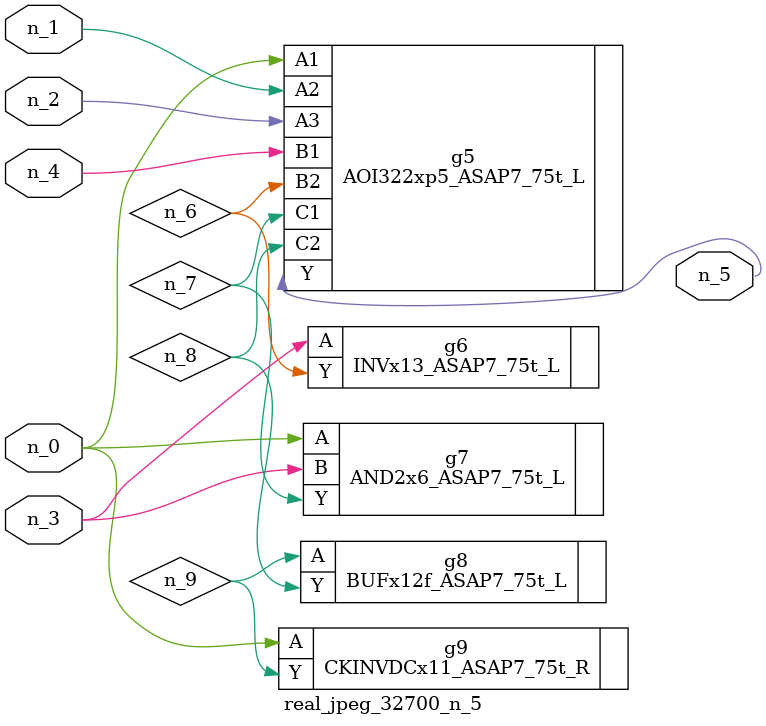
<source format=v>
module real_jpeg_32700_n_5 (n_4, n_0, n_1, n_2, n_3, n_5);

input n_4;
input n_0;
input n_1;
input n_2;
input n_3;

output n_5;

wire n_8;
wire n_6;
wire n_7;
wire n_9;

AOI322xp5_ASAP7_75t_L g5 ( 
.A1(n_0),
.A2(n_1),
.A3(n_2),
.B1(n_4),
.B2(n_6),
.C1(n_7),
.C2(n_8),
.Y(n_5)
);

AND2x6_ASAP7_75t_L g7 ( 
.A(n_0),
.B(n_3),
.Y(n_7)
);

CKINVDCx11_ASAP7_75t_R g9 ( 
.A(n_0),
.Y(n_9)
);

INVx13_ASAP7_75t_L g6 ( 
.A(n_3),
.Y(n_6)
);

BUFx12f_ASAP7_75t_L g8 ( 
.A(n_9),
.Y(n_8)
);


endmodule
</source>
